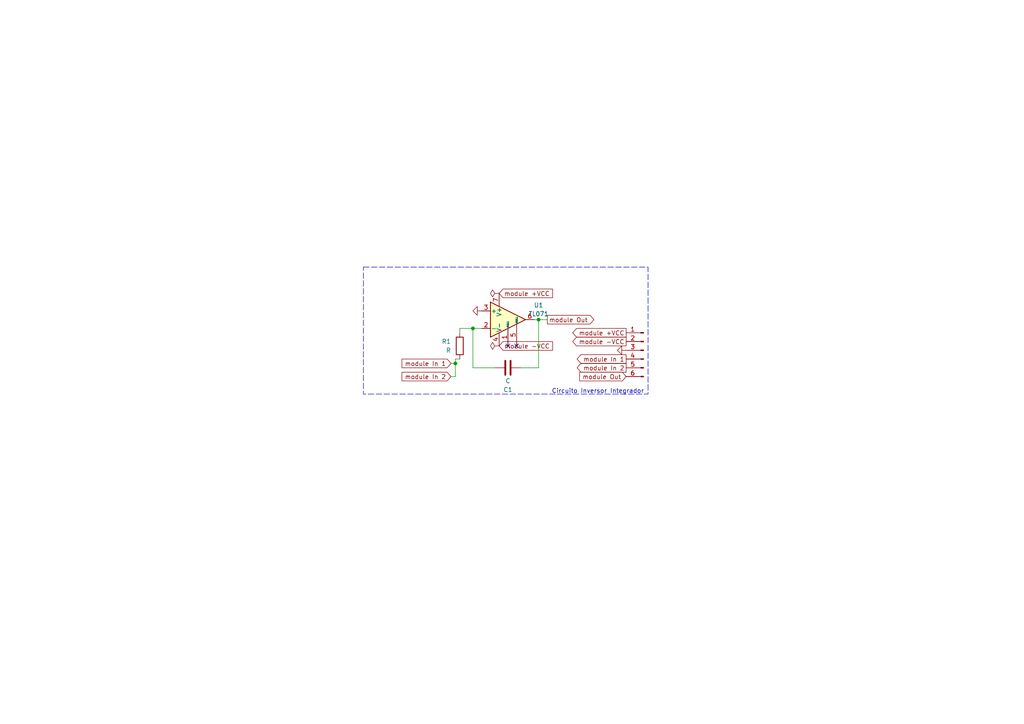
<source format=kicad_sch>
(kicad_sch (version 20230121) (generator eeschema)
  (paper "A4")
  (lib_symbols
    (symbol "Amplifier_Operational:TL071" (pin_names (offset 0.127))
      (property "Reference" "U" (at 0 6.35 0))
      (property "Value" "TL071" (at 0 3.81 0))
      (symbol "TL071_0_1"
        (polyline (pts (xy -5.08 5.08) (xy 5.08 0) (xy -5.08 -5.08) (xy -5.08 5.08)) (stroke (width 0.254)) (fill (type background)))
      )
      (symbol "TL071_1_1"
        (pin input line (at 0 -7.62 90) (length 5.08) (name "NULL") (number "1"))
        (pin input line (at -7.62 -2.54 0) (length 2.54) (name "-") (number "2"))
        (pin input line (at -7.62 2.54 0) (length 2.54) (name "+") (number "3"))
        (pin power_in line (at -2.54 -7.62 90) (length 3.81) (name "V-") (number "4"))
        (pin input line (at 2.54 -7.62 90) (length 6.35) (name "NULL") (number "5"))
        (pin output line (at 7.62 0 180) (length 2.54) (name "~") (number "6"))
        (pin power_in line (at -2.54 7.62 270) (length 3.81) (name "V+") (number "7"))
        (pin no_connect line (at 0 2.54 270) (length 2.54) hide (name "NC") (number "8"))
      )
    )
    (symbol "Connector:Conn_01x06_Pin" (pin_names (offset 1.016) hide)
      (property "Reference" "J" (at 0 7.62 0))
      (property "Value" "Conn_01x06_Pin" (at 0 -10.16 0))
      (symbol "Conn_01x06_Pin_1_1"
        (polyline (pts (xy 1.27 -7.62) (xy 0.8636 -7.62)) (stroke (width 0.1524)))
        (polyline (pts (xy 1.27 -5.08) (xy 0.8636 -5.08)) (stroke (width 0.1524)))
        (polyline (pts (xy 1.27 -2.54) (xy 0.8636 -2.54)) (stroke (width 0.1524)))
        (polyline (pts (xy 1.27 0) (xy 0.8636 0)) (stroke (width 0.1524)))
        (polyline (pts (xy 1.27 2.54) (xy 0.8636 2.54)) (stroke (width 0.1524)))
        (polyline (pts (xy 1.27 5.08) (xy 0.8636 5.08)) (stroke (width 0.1524)))
        (rectangle (start 0.8636 -7.493) (end 0 -7.747) (stroke (width 0.1524)) (fill (type outline)))
        (rectangle (start 0.8636 -4.953) (end 0 -5.207) (stroke (width 0.1524)) (fill (type outline)))
        (rectangle (start 0.8636 -2.413) (end 0 -2.667) (stroke (width 0.1524)) (fill (type outline)))
        (rectangle (start 0.8636 0.127) (end 0 -0.127) (stroke (width 0.1524)) (fill (type outline)))
        (rectangle (start 0.8636 2.667) (end 0 2.413) (stroke (width 0.1524)) (fill (type outline)))
        (rectangle (start 0.8636 5.207) (end 0 4.953) (stroke (width 0.1524)) (fill (type outline)))
        (pin passive line (at 5.08 5.08 180) (length 3.81) (name "Pin_1") (number "1"))
        (pin passive line (at 5.08 2.54 180) (length 3.81) (name "Pin_2") (number "2"))
        (pin passive line (at 5.08 0 180) (length 3.81) (name "Pin_3") (number "3"))
        (pin passive line (at 5.08 -2.54 180) (length 3.81) (name "Pin_4") (number "4"))
        (pin passive line (at 5.08 -5.08 180) (length 3.81) (name "Pin_5") (number "5"))
        (pin passive line (at 5.08 -7.62 180) (length 3.81) (name "Pin_6") (number "6"))
      )
    )
    (symbol "Device:C" (pin_numbers hide) (pin_names (offset 0.254))
      (property "Reference" "C" (at 0.635 2.54 0))
      (property "Value" "C" (at 0.635 -2.54 0))
      (symbol "C_0_1"
        (polyline (pts (xy -2.032 -0.762) (xy 2.032 -0.762)) (stroke (width 0.508)))
        (polyline (pts (xy -2.032 0.762) (xy 2.032 0.762)) (stroke (width 0.508)))
      )
      (symbol "C_1_1"
        (pin passive line (at 0 3.81 270) (length 2.794) (name "~") (number "1"))
        (pin passive line (at 0 -3.81 90) (length 2.794) (name "~") (number "2"))
      )
    )
    (symbol "Device:R" (pin_numbers hide) (pin_names (offset 0))
      (property "Reference" "R" (at 2.032 0 90))
      (property "Value" "R" (at 0 0 90))
      (symbol "R_0_1"
        (rectangle (start -1.016 2.54) (end 1.016 -2.54) (stroke (width 0.254)))
      )
      (symbol "R_1_1"
        (pin passive line (at 0 3.81 270) (length 1.27) (name "~") (number "1"))
        (pin passive line (at 0 -3.81 90) (length 1.27) (name "~") (number "2"))
      )
    )
    (symbol "power:GND" (power) (pin_names (offset 0))
      (property "Value" "GND" (at 0 -3.81 0))
      (symbol "GND_0_1"
        (polyline (pts (xy 0 0) (xy 0 -1.27) (xy 1.27 -1.27) (xy 0 -2.54) (xy -1.27 -1.27) (xy 0 -1.27)))
      )
      (symbol "GND_1_1"
        (pin power_in line (at 0 0 270) (length 0) hide (name "GND") (number "1"))
      )
    )
    (symbol "power:PWR_FLAG" (power) (pin_numbers hide) (pin_names (offset 0) hide)
      (property "Value" "PWR_FLAG" (at 0 3.81 0))
      (symbol "PWR_FLAG_0_0"
        (pin power_out line (at 0 0 90) (length 0) (name "pwr") (number "1"))
      )
      (symbol "PWR_FLAG_0_1"
        (polyline (pts (xy 0 0) (xy 0 1.27) (xy -1.016 1.905) (xy 0 2.54) (xy 1.016 1.905) (xy 0 1.27)))
      )
    )
  )
  (junction (at 137.16 95.25))
  (junction (at 156.21 92.71))
  (junction (at 132.08 105.41))
  (no_connect (at 149.86 100.33))
  (no_connect (at 147.32 100.33))
  (wire (pts (xy 137.16 95.25) (xy 137.16 106.68)))
  (wire (pts (xy 133.35 95.25) (xy 137.16 95.25)))
  (wire (pts (xy 139.7 95.25) (xy 137.16 95.25)))
  (wire (pts (xy 130.81 109.22) (xy 132.08 109.22)))
  (wire (pts (xy 132.08 104.14) (xy 132.08 105.41)))
  (wire (pts (xy 151.13 106.68) (xy 156.21 106.68)))
  (wire (pts (xy 156.21 92.71) (xy 154.94 92.71)))
  (wire (pts (xy 156.21 106.68) (xy 156.21 92.71)))
  (wire (pts (xy 156.21 92.71) (xy 158.75 92.71)))
  (wire (pts (xy 130.81 105.41) (xy 132.08 105.41)))
  (wire (pts (xy 137.16 106.68) (xy 143.51 106.68)))
  (wire (pts (xy 133.35 96.52) (xy 133.35 95.25)))
  (wire (pts (xy 132.08 104.14) (xy 133.35 104.14)))
  (wire (pts (xy 132.08 109.22) (xy 132.08 105.41)))
  (rectangle (start 105.41 77.47) (end 187.96 114.3) (stroke (width 0) (type dash)))
  (text "Circuito Inversor Integrador\n" (at 160.02 114.3 0) (effects (font (size 1.27 1.27)) (justify left bottom)))
  (global_label "module In 2" (shape input) (at 130.81 109.22 180) (property "Intersheetrefs" "${INTERSHEET_REFS}" (effects hide)))
  (global_label "module -VCC" (shape input) (at 144.78 100.33 0) (property "Intersheetrefs" "${INTERSHEET_REFS}" (effects hide)))
  (global_label "module In 1" (shape input) (at 130.81 105.41 180) (property "Intersheetrefs" "${INTERSHEET_REFS}" (effects hide)))
  (global_label "module In 2" (shape output) (at 181.61 106.68 180) (property "Intersheetrefs" "${INTERSHEET_REFS}" (effects hide)))
  (global_label "module -VCC" (shape output) (at 181.61 99.06 180) (property "Intersheetrefs" "${INTERSHEET_REFS}" (effects hide)))
  (global_label "module Out" (shape input) (at 181.61 109.22 180) (property "Intersheetrefs" "${INTERSHEET_REFS}" (effects hide)))
  (global_label "module +VCC" (shape output) (at 181.61 96.52 180) (property "Intersheetrefs" "${INTERSHEET_REFS}" (effects hide)))
  (global_label "module In 1" (shape output) (at 181.61 104.14 180) (property "Intersheetrefs" "${INTERSHEET_REFS}" (effects hide)))
  (global_label "module +VCC" (shape input) (at 144.78 85.09 0) (property "Intersheetrefs" "${INTERSHEET_REFS}" (effects hide)))
  (global_label "module Out" (shape output) (at 158.75 92.71 0) (property "Intersheetrefs" "${INTERSHEET_REFS}" (effects hide)))
  (symbol (lib_id "power:GND") (at 139.7 90.17 270) (unit 1)
    (property "Reference" "#PWR01" (effects hide))
    (property "Value" "GND" (effects hide))
  )
  (symbol (lib_id "Device:C") (at 147.32 106.68 270) (unit 1)
    (property "Reference" "C1" (at 147.32 113.03 90))
    (property "Value" "C" (at 147.32 110.49 90))
    (property "Footprint" "Capacitor_THT:C_Disc_D3.0mm_W2.0mm_P2.50mm" (effects hide))
  )
  (symbol (lib_id "power:PWR_FLAG") (at 144.78 85.09 90) (unit 1)
    (property "Reference" "#FLG01" (effects hide))
    (property "Value" "PWR_FLAG" (effects hide))
  )
  (symbol (lib_id "power:PWR_FLAG") (at 144.78 100.33 90) (unit 1)
    (property "Reference" "#FLG02" (effects hide))
    (property "Value" "PWR_FLAG" (effects hide))
  )
  (symbol (lib_id "Amplifier_Operational:TL071") (at 147.32 92.71 0) (unit 1)
    (property "Reference" "U1" (at 156.21 88.5191 0))
    (property "Value" "TL071" (at 156.21 91.0591 0))
    (property "Footprint" "Package_DIP:DIP-8_W7.62mm_Socket" (effects hide))
    (property "Datasheet" "http://www.ti.com/lit/ds/symlink/tl071.pdf" (effects hide))
  )
  (symbol (lib_id "power:GND") (at 181.61 101.6 270) (unit 1)
    (property "Reference" "#PWR02" (effects hide))
    (property "Value" "GND" (effects hide))
  )
  (symbol (lib_id "Connector:Conn_01x06_Pin") (at 186.69 101.6 0) (mirror y) (unit 1)
    (property "Reference" "J1" (effects hide))
    (property "Value" "Conn_01x06_Pin" (effects hide))
    (property "Footprint" "Connector_PinHeader_2.54mm:PinHeader_1x06_P2.54mm_Vertical" (effects hide))
  )
  (symbol (lib_id "Device:R") (at 133.35 100.33 0) (mirror y) (unit 1)
    (property "Reference" "R1" (at 130.81 99.06 0) (effects (justify left)))
    (property "Value" "R" (at 130.81 101.6 0) (effects (justify left)))
    (property "Footprint" "Resistor_THT:R_Axial_DIN0207_L6.3mm_D2.5mm_P7.62mm_Horizontal" (effects hide))
  )
)
</source>
